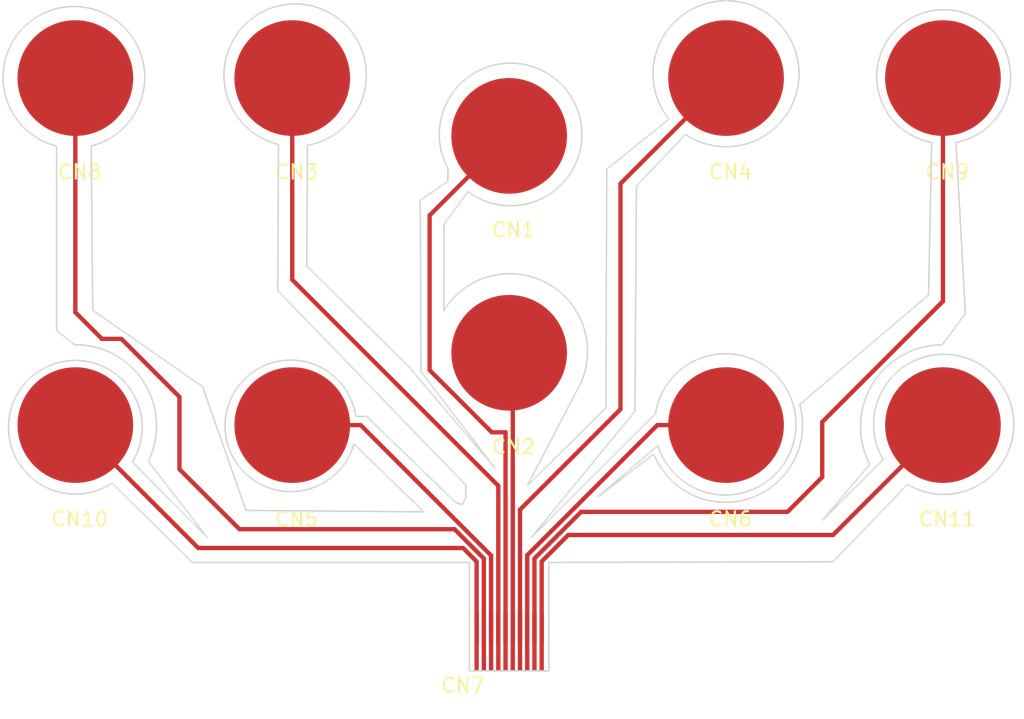
<source format=kicad_pcb>
(kicad_pcb (version 20171130) (host pcbnew "(5.1.10)-1")

  (general
    (thickness 1.6)
    (drawings 65)
    (tracks 44)
    (zones 0)
    (modules 11)
    (nets 11)
  )

  (page User 148.006 105.004)
  (title_block
    (title "VR EEG electrode pad / 8 channel / JGSHIN")
    (rev 2.0)
    (company DGMIF)
  )

  (layers
    (0 F.Cu signal)
    (31 B.Cu signal)
    (32 B.Adhes user)
    (33 F.Adhes user)
    (34 B.Paste user)
    (35 F.Paste user)
    (36 B.SilkS user)
    (37 F.SilkS user)
    (38 B.Mask user)
    (39 F.Mask user)
    (40 Dwgs.User user)
    (41 Cmts.User user)
    (42 Eco1.User user)
    (43 Eco2.User user)
    (44 Edge.Cuts user)
    (45 Margin user)
    (46 B.CrtYd user)
    (47 F.CrtYd user)
    (48 B.Fab user)
    (49 F.Fab user)
  )

  (setup
    (last_trace_width 0.3)
    (trace_clearance 0.2)
    (zone_clearance 0.508)
    (zone_45_only no)
    (trace_min 0.2)
    (via_size 0.8)
    (via_drill 0.4)
    (via_min_size 0.4)
    (via_min_drill 0.3)
    (uvia_size 0.3)
    (uvia_drill 0.1)
    (uvias_allowed no)
    (uvia_min_size 0.2)
    (uvia_min_drill 0.1)
    (edge_width 0.1)
    (segment_width 0.2)
    (pcb_text_width 0.3)
    (pcb_text_size 1.5 1.5)
    (mod_edge_width 0.15)
    (mod_text_size 1 1)
    (mod_text_width 0.15)
    (pad_size 1.524 1.524)
    (pad_drill 0.762)
    (pad_to_mask_clearance 0)
    (aux_axis_origin 0 0)
    (visible_elements 7FFFFFFF)
    (pcbplotparams
      (layerselection 0x010fc_ffffffff)
      (usegerberextensions false)
      (usegerberattributes true)
      (usegerberadvancedattributes true)
      (creategerberjobfile true)
      (excludeedgelayer true)
      (linewidth 0.100000)
      (plotframeref false)
      (viasonmask false)
      (mode 1)
      (useauxorigin false)
      (hpglpennumber 1)
      (hpglpenspeed 20)
      (hpglpendiameter 15.000000)
      (psnegative false)
      (psa4output false)
      (plotreference true)
      (plotvalue true)
      (plotinvisibletext false)
      (padsonsilk false)
      (subtractmaskfromsilk false)
      (outputformat 1)
      (mirror false)
      (drillshape 1)
      (scaleselection 1)
      (outputdirectory ""))
  )

  (net 0 "")
  (net 1 /Ref)
  (net 2 /Gnd)
  (net 3 /Ch1)
  (net 4 /Ch2)
  (net 5 /Ch3)
  (net 6 /Ch4)
  (net 7 /Ch7)
  (net 8 /Ch5)
  (net 9 /Ch6)
  (net 10 /Ch8)

  (net_class Default "This is the default net class."
    (clearance 0.2)
    (trace_width 0.3)
    (via_dia 0.8)
    (via_drill 0.4)
    (uvia_dia 0.3)
    (uvia_drill 0.1)
    (add_net /Ch1)
    (add_net /Ch2)
    (add_net /Ch3)
    (add_net /Ch4)
    (add_net /Ch5)
    (add_net /Ch6)
    (add_net /Ch7)
    (add_net /Ch8)
    (add_net /Gnd)
    (add_net /Ref)
  )

  (module jgshin_KiCad_lib:electrode_PAD (layer F.Cu) (tedit 60FE5B42) (tstamp 60FE623E)
    (at 105 42)
    (path /60FF11E4)
    (fp_text reference CN11 (at 0.3 6.5) (layer F.SilkS)
      (effects (font (size 1 1) (thickness 0.15)))
    )
    (fp_text value electrode_PAD (at 0.2 5) (layer F.Fab)
      (effects (font (size 1 1) (thickness 0.15)))
    )
    (pad 1 smd circle (at 0 0) (size 8 8) (layers F.Cu F.Paste F.Mask)
      (net 10 /Ch8))
  )

  (module jgshin_KiCad_lib:electrode_PAD (layer F.Cu) (tedit 60FE5B42) (tstamp 60FE6239)
    (at 45 42)
    (path /60FF11EA)
    (fp_text reference CN10 (at 0.3 6.5) (layer F.SilkS)
      (effects (font (size 1 1) (thickness 0.15)))
    )
    (fp_text value electrode_PAD (at 0.2 5) (layer F.Fab)
      (effects (font (size 1 1) (thickness 0.15)))
    )
    (pad 1 smd circle (at 0 0) (size 8 8) (layers F.Cu F.Paste F.Mask)
      (net 7 /Ch7))
  )

  (module jgshin_KiCad_lib:electrode_PAD (layer F.Cu) (tedit 60FE5B42) (tstamp 60FE6234)
    (at 105 18)
    (path /60FED536)
    (fp_text reference CN9 (at 0.3 6.5) (layer F.SilkS)
      (effects (font (size 1 1) (thickness 0.15)))
    )
    (fp_text value electrode_PAD (at 0.2 5) (layer F.Fab)
      (effects (font (size 1 1) (thickness 0.15)))
    )
    (pad 1 smd circle (at 0 0) (size 8 8) (layers F.Cu F.Paste F.Mask)
      (net 9 /Ch6))
  )

  (module jgshin_KiCad_lib:electrode_PAD (layer F.Cu) (tedit 60FE5B42) (tstamp 60FE622F)
    (at 45 18)
    (path /60FED53C)
    (fp_text reference CN8 (at 0.3 6.5) (layer F.SilkS)
      (effects (font (size 1 1) (thickness 0.15)))
    )
    (fp_text value electrode_PAD (at 0.2 5) (layer F.Fab)
      (effects (font (size 1 1) (thickness 0.15)))
    )
    (pad 1 smd circle (at 0 0) (size 8 8) (layers F.Cu F.Paste F.Mask)
      (net 8 /Ch5))
  )

  (module "jgshin_KiCad_lib:FFC cable 0.5 x 10" (layer F.Cu) (tedit 60FE5B6D) (tstamp 60FE622A)
    (at 75 57)
    (path /60FEB38A)
    (fp_text reference CN7 (at -3.2 3) (layer F.SilkS)
      (effects (font (size 1 1) (thickness 0.15)))
    )
    (fp_text value FFC0.5x10 (at 2.1 4.5) (layer F.Fab)
      (effects (font (size 1 1) (thickness 0.15)))
    )
    (fp_line (start 2.75 2) (end -2.75 2) (layer Dwgs.User) (width 0.12))
    (fp_line (start 2.75 -2) (end 2.75 2) (layer Dwgs.User) (width 0.12))
    (fp_line (start -2.75 -2) (end 2.75 -2) (layer Dwgs.User) (width 0.12))
    (fp_line (start -2.75 2) (end -2.75 -2) (layer Dwgs.User) (width 0.12))
    (pad 10 smd rect (at 2.25 0) (size 0.3 4) (layers F.Cu F.Paste F.Mask)
      (net 10 /Ch8))
    (pad 9 smd rect (at 1.75 0) (size 0.3 4) (layers F.Cu F.Paste F.Mask)
      (net 9 /Ch6))
    (pad 8 smd rect (at 1.25 0) (size 0.3 4) (layers F.Cu F.Paste F.Mask)
      (net 6 /Ch4))
    (pad 7 smd rect (at 0.75 0) (size 0.3 4) (layers F.Cu F.Paste F.Mask)
      (net 4 /Ch2))
    (pad 6 smd rect (at 0.25 0) (size 0.3 4) (layers F.Cu F.Paste F.Mask)
      (net 2 /Gnd))
    (pad 5 smd rect (at -0.25 0) (size 0.3 4) (layers F.Cu F.Paste F.Mask)
      (net 1 /Ref))
    (pad 4 smd rect (at -0.75 0) (size 0.3 4) (layers F.Cu F.Paste F.Mask)
      (net 3 /Ch1))
    (pad 3 smd rect (at -1.25 0) (size 0.3 4) (layers F.Cu F.Paste F.Mask)
      (net 5 /Ch3))
    (pad 2 smd rect (at -1.75 0) (size 0.3 4) (layers F.Cu F.Paste F.Mask)
      (net 8 /Ch5))
    (pad 1 smd rect (at -2.25 0) (size 0.3 4) (layers F.Cu F.Paste F.Mask)
      (net 7 /Ch7))
  )

  (module jgshin_KiCad_lib:electrode_PAD (layer F.Cu) (tedit 60FE5B42) (tstamp 60FE6218)
    (at 90 42)
    (path /60FE651A)
    (fp_text reference CN6 (at 0.3 6.5) (layer F.SilkS)
      (effects (font (size 1 1) (thickness 0.15)))
    )
    (fp_text value electrode_PAD (at 0.2 5) (layer F.Fab)
      (effects (font (size 1 1) (thickness 0.15)))
    )
    (pad 1 smd circle (at 0 0) (size 8 8) (layers F.Cu F.Paste F.Mask)
      (net 6 /Ch4))
  )

  (module jgshin_KiCad_lib:electrode_PAD (layer F.Cu) (tedit 60FE5B42) (tstamp 60FE6213)
    (at 60 42)
    (path /60FE631A)
    (fp_text reference CN5 (at 0.3 6.5) (layer F.SilkS)
      (effects (font (size 1 1) (thickness 0.15)))
    )
    (fp_text value electrode_PAD (at 0.2 5) (layer F.Fab)
      (effects (font (size 1 1) (thickness 0.15)))
    )
    (pad 1 smd circle (at 0 0) (size 8 8) (layers F.Cu F.Paste F.Mask)
      (net 5 /Ch3))
  )

  (module jgshin_KiCad_lib:electrode_PAD (layer F.Cu) (tedit 60FE5B42) (tstamp 60FE620E)
    (at 90 18)
    (path /60FE60B4)
    (fp_text reference CN4 (at 0.3 6.5) (layer F.SilkS)
      (effects (font (size 1 1) (thickness 0.15)))
    )
    (fp_text value electrode_PAD (at 0.2 5) (layer F.Fab)
      (effects (font (size 1 1) (thickness 0.15)))
    )
    (pad 1 smd circle (at 0 0) (size 8 8) (layers F.Cu F.Paste F.Mask)
      (net 4 /Ch2))
  )

  (module jgshin_KiCad_lib:electrode_PAD (layer F.Cu) (tedit 60FE5B42) (tstamp 60FE6209)
    (at 60 18)
    (path /60FE5E40)
    (fp_text reference CN3 (at 0.3 6.5) (layer F.SilkS)
      (effects (font (size 1 1) (thickness 0.15)))
    )
    (fp_text value electrode_PAD (at 0.2 5) (layer F.Fab)
      (effects (font (size 1 1) (thickness 0.15)))
    )
    (pad 1 smd circle (at 0 0) (size 8 8) (layers F.Cu F.Paste F.Mask)
      (net 3 /Ch1))
  )

  (module jgshin_KiCad_lib:electrode_PAD (layer F.Cu) (tedit 60FE5B42) (tstamp 60FE6204)
    (at 75 37)
    (path /60FE5BAB)
    (fp_text reference CN2 (at 0.3 6.5) (layer F.SilkS)
      (effects (font (size 1 1) (thickness 0.15)))
    )
    (fp_text value electrode_PAD (at 0.2 5) (layer F.Fab)
      (effects (font (size 1 1) (thickness 0.15)))
    )
    (pad 1 smd circle (at 0 0) (size 8 8) (layers F.Cu F.Paste F.Mask)
      (net 2 /Gnd))
  )

  (module jgshin_KiCad_lib:electrode_PAD (layer F.Cu) (tedit 60FE5B42) (tstamp 60FE61FF)
    (at 75 22)
    (path /60FE3EEE)
    (fp_text reference CN1 (at 0.3 6.5) (layer F.SilkS)
      (effects (font (size 1 1) (thickness 0.15)))
    )
    (fp_text value electrode_PAD (at 0.2 5) (layer F.Fab)
      (effects (font (size 1 1) (thickness 0.15)))
    )
    (pad 1 smd circle (at 0 0) (size 8 8) (layers F.Cu F.Paste F.Mask)
      (net 1 /Ref))
  )

  (gr_line (start 72.25 51.5) (end 53.1 51.5) (layer Edge.Cuts) (width 0.1) (tstamp 60FE6CE4))
  (gr_line (start 77.75 51.5) (end 97.4 51.45) (layer Edge.Cuts) (width 0.1) (tstamp 60FE6CDD))
  (gr_line (start 56.8 47.9) (end 69.1 48) (layer Edge.Cuts) (width 0.1) (tstamp 60FE6C13))
  (gr_line (start 53.8 39.35) (end 56.8 47.9) (layer Edge.Cuts) (width 0.1))
  (gr_line (start 46.2 34.05) (end 53.8 39.35) (layer Edge.Cuts) (width 0.1))
  (gr_line (start 46.099999 22.699999) (end 46.2 34.05) (layer Edge.Cuts) (width 0.1))
  (gr_line (start 43.7 35.45) (end 44.924665 36.437575) (layer Edge.Cuts) (width 0.1) (tstamp 60FE6BE3))
  (gr_line (start 43.701317 22.700331) (end 43.7 35.45) (layer Edge.Cuts) (width 0.1))
  (gr_line (start 76.25 46.2) (end 79.949999 39.099999) (layer Edge.Cuts) (width 0.1) (tstamp 60FE6BC7))
  (gr_line (start 81.7 40.8) (end 76.25 46.2) (layer Edge.Cuts) (width 0.1))
  (gr_line (start 81.7 39.1) (end 81.7 40.8) (layer Edge.Cuts) (width 0.1))
  (gr_line (start 68.9 38.3) (end 68.9 37.55) (layer Edge.Cuts) (width 0.1) (tstamp 60FE6BA7))
  (gr_line (start 74 44.95) (end 68.9 38.3) (layer Edge.Cuts) (width 0.1))
  (gr_line (start 68.05 37.95) (end 74 44.95) (layer Edge.Cuts) (width 0.1))
  (gr_line (start 76.55 49.75) (end 83.7 41.05) (layer Edge.Cuts) (width 0.1) (tstamp 60FE6B76))
  (gr_line (start 85.119381 41.21678) (end 76.55 49.75) (layer Edge.Cuts) (width 0.1))
  (gr_line (start 81.1 47) (end 85.000001 43.999999) (layer Edge.Cuts) (width 0.1) (tstamp 60FE6B43))
  (gr_line (start 85.3 43.4) (end 81.1 47) (layer Edge.Cuts) (width 0.1))
  (gr_line (start 70.5 28.1) (end 72.150001 25.849999) (layer Edge.Cuts) (width 0.1) (tstamp 60FE6B1A))
  (gr_line (start 70.475557 34.084959) (end 70.5 28.1) (layer Edge.Cuts) (width 0.1))
  (gr_arc (start 75.05 36.9) (end 79.949999 39.099999) (angle -172.5716049) (layer Edge.Cuts) (width 0.1))
  (gr_line (start 70.777307 24.270509) (end 70.75 25.15) (layer Edge.Cuts) (width 0.1) (tstamp 60FE6AF3))
  (gr_arc (start 75.1 21.9) (end 72.150001 25.849999) (angle -335.4934745) (layer Edge.Cuts) (width 0.1))
  (gr_line (start 95.09454 40.573048) (end 104 33) (layer Edge.Cuts) (width 0.1) (tstamp 60FE6ABE))
  (gr_arc (start 89.95 42) (end 85.000001 43.999999) (angle -173.5018404) (layer Edge.Cuts) (width 0.1))
  (gr_line (start 104.22199 22.454052) (end 104 33) (layer Edge.Cuts) (width 0.1))
  (gr_line (start 106.55 34.3) (end 105.899999 22.449999) (layer Edge.Cuts) (width 0.1) (tstamp 60FE6A80))
  (gr_line (start 104.95 36.45) (end 106.55 34.3) (layer Edge.Cuts) (width 0.1))
  (gr_line (start 96.7 48.55) (end 99.938935 44.709929) (layer Edge.Cuts) (width 0.1) (tstamp 60FE6A71))
  (gr_arc (start 104.95 42.1) (end 104.95 36.45) (angle -117.5120026) (layer Edge.Cuts) (width 0.1))
  (gr_arc (start 45 42.05) (end 50.049999 44.499999) (angle -116.6492984) (layer Edge.Cuts) (width 0.1))
  (gr_line (start 54.1 49.75) (end 50.05 44.5) (layer Edge.Cuts) (width 0.1))
  (gr_line (start 100.863461 44.388314) (end 96.7 48.55) (layer Edge.Cuts) (width 0.1))
  (gr_line (start 102.550001 46.099999) (end 97.4 51.45) (layer Edge.Cuts) (width 0.1))
  (gr_line (start 83.8 25.45) (end 83.7 41.05) (layer Edge.Cuts) (width 0.1))
  (gr_line (start 87.200001 21.899999) (end 83.8 25.45) (layer Edge.Cuts) (width 0.1))
  (gr_line (start 81.75 24.3) (end 86.050502 20.843478) (layer Edge.Cuts) (width 0.1) (tstamp 60FE6974))
  (gr_line (start 81.7 39.1) (end 81.75 24.3) (layer Edge.Cuts) (width 0.1))
  (gr_line (start 68.85 26.45) (end 70.75 25.15) (layer Edge.Cuts) (width 0.1))
  (gr_line (start 68.9 37.55) (end 68.85 26.45) (layer Edge.Cuts) (width 0.1))
  (gr_line (start 61 31) (end 68.05 37.95) (layer Edge.Cuts) (width 0.1))
  (gr_line (start 61.049999 22.649999) (end 61 31) (layer Edge.Cuts) (width 0.1))
  (gr_line (start 59.047537 22.587151) (end 59 32.7) (layer Edge.Cuts) (width 0.1) (tstamp 60FE6927))
  (gr_line (start 72 46.15) (end 59 32.7) (layer Edge.Cuts) (width 0.1))
  (gr_line (start 72 47.05) (end 72 46.15) (layer Edge.Cuts) (width 0.1))
  (gr_line (start 71.75 47.5) (end 72 47.05) (layer Edge.Cuts) (width 0.1))
  (gr_line (start 71.3 47.35) (end 71.75 47.5) (layer Edge.Cuts) (width 0.1))
  (gr_line (start 65.15 41.4) (end 71.3 47.35) (layer Edge.Cuts) (width 0.1))
  (gr_line (start 64.399999 41.400001) (end 65.15 41.4) (layer Edge.Cuts) (width 0.1))
  (gr_line (start 64.271762 43.299076) (end 69.1 48) (layer Edge.Cuts) (width 0.1))
  (gr_line (start 48.949999 44.549999) (end 54.1 49.75) (layer Edge.Cuts) (width 0.1))
  (gr_line (start 53.1 51.5) (end 47.53399 46.015408) (layer Edge.Cuts) (width 0.1) (tstamp 60FE67FB))
  (gr_arc (start 59.9 42.05) (end 64.399999 41.400001) (angle -335.8353949) (layer Edge.Cuts) (width 0.1))
  (gr_arc (start 45 42.15) (end 48.949999 44.549999) (angle -334.5297214) (layer Edge.Cuts) (width 0.1))
  (gr_arc (start 44.9 17.95) (end 46.099999 22.699999) (angle -331.6597675) (layer Edge.Cuts) (width 0.1))
  (gr_arc (start 60.2 17.8) (end 61.049999 22.649999) (angle -336.5235706) (layer Edge.Cuts) (width 0.1))
  (gr_arc (start 90 17.7) (end 87.200001 21.899999) (angle -342.2069938) (layer Edge.Cuts) (width 0.1))
  (gr_arc (start 89.95 41.95) (end 85.300001 43.449999) (angle -333.4905016) (layer Edge.Cuts) (width 0.1))
  (gr_arc (start 105.05 17.9) (end 105.899999 22.449999) (angle -339.113518) (layer Edge.Cuts) (width 0.1))
  (gr_arc (start 105.05 41.95) (end 102.550001 46.099999) (angle -331.2824388) (layer Edge.Cuts) (width 0.1))
  (gr_line (start 77.75 55) (end 77.75 51.5) (layer Edge.Cuts) (width 0.1))
  (gr_line (start 72.25 55) (end 72.25 51.5) (layer Edge.Cuts) (width 0.1))
  (gr_line (start 77.75 59) (end 77.75 55) (layer Edge.Cuts) (width 0.1))
  (gr_line (start 72.25 59) (end 77.75 59) (layer Edge.Cuts) (width 0.1))
  (gr_line (start 72.25 55) (end 72.25 59) (layer Edge.Cuts) (width 0.1))

  (segment (start 74.75 57) (end 74.75 42.5) (width 0.3) (layer F.Cu) (net 1))
  (segment (start 74.75 42.5) (end 73.8 42.5) (width 0.3) (layer F.Cu) (net 1))
  (segment (start 73.8 42.5) (end 69.5 38.2) (width 0.3) (layer F.Cu) (net 1))
  (segment (start 69.5 27.5) (end 75 22) (width 0.3) (layer F.Cu) (net 1))
  (segment (start 69.5 38.2) (end 69.5 27.5) (width 0.3) (layer F.Cu) (net 1))
  (segment (start 75.25 37.25) (end 75 37) (width 0.3) (layer F.Cu) (net 2))
  (segment (start 75.25 57) (end 75.25 37.25) (width 0.3) (layer F.Cu) (net 2))
  (segment (start 60 31.95) (end 60 18) (width 0.3) (layer F.Cu) (net 3))
  (segment (start 74.25 46.2) (end 60 31.95) (width 0.3) (layer F.Cu) (net 3))
  (segment (start 74.25 57) (end 74.25 46.2) (width 0.3) (layer F.Cu) (net 3))
  (segment (start 75.75 57) (end 75.75 47.85) (width 0.3) (layer F.Cu) (net 4))
  (segment (start 82.7 25.3) (end 90 18) (width 0.3) (layer F.Cu) (net 4))
  (segment (start 82.7 40.9) (end 82.7 25.3) (width 0.3) (layer F.Cu) (net 4))
  (segment (start 75.75 47.85) (end 82.7 40.9) (width 0.3) (layer F.Cu) (net 4))
  (segment (start 73.75 51.020061) (end 73.75 57) (width 0.3) (layer F.Cu) (net 5))
  (segment (start 64.729939 42) (end 73.75 51.020061) (width 0.3) (layer F.Cu) (net 5))
  (segment (start 60 42) (end 64.729939 42) (width 0.3) (layer F.Cu) (net 5))
  (segment (start 76.25 57) (end 76.25 51) (width 0.3) (layer F.Cu) (net 6))
  (segment (start 85.25 42) (end 90 42) (width 0.3) (layer F.Cu) (net 6))
  (segment (start 76.25 51) (end 85.25 42) (width 0.3) (layer F.Cu) (net 6))
  (segment (start 72.75 51.434301) (end 71.815699 50.5) (width 0.3) (layer F.Cu) (net 7))
  (segment (start 72.75 57) (end 72.75 51.434301) (width 0.3) (layer F.Cu) (net 7))
  (segment (start 53.5 50.5) (end 45 42) (width 0.3) (layer F.Cu) (net 7))
  (segment (start 71.815699 50.5) (end 53.5 50.5) (width 0.3) (layer F.Cu) (net 7))
  (segment (start 45 34.2) (end 45 18) (width 0.3) (layer F.Cu) (net 8))
  (segment (start 48.187562 36.037562) (end 46.837562 36.037562) (width 0.3) (layer F.Cu) (net 8))
  (segment (start 52.2 40.05) (end 48.187562 36.037562) (width 0.3) (layer F.Cu) (net 8))
  (segment (start 52.2 45.05) (end 52.2 40.05) (width 0.3) (layer F.Cu) (net 8))
  (segment (start 56.35 49.2) (end 52.2 45.05) (width 0.3) (layer F.Cu) (net 8))
  (segment (start 71.222819 49.2) (end 56.35 49.2) (width 0.3) (layer F.Cu) (net 8))
  (segment (start 73.25 51.227181) (end 71.222819 49.2) (width 0.3) (layer F.Cu) (net 8))
  (segment (start 46.837562 36.037562) (end 45 34.2) (width 0.3) (layer F.Cu) (net 8))
  (segment (start 73.25 57) (end 73.25 51.227181) (width 0.3) (layer F.Cu) (net 8))
  (segment (start 105 33.438002) (end 96.65 41.788002) (width 0.3) (layer F.Cu) (net 9))
  (segment (start 105 18) (end 105 33.438002) (width 0.3) (layer F.Cu) (net 9))
  (segment (start 96.65 41.788002) (end 96.65 45.6) (width 0.3) (layer F.Cu) (net 9))
  (segment (start 96.65 45.6) (end 94.25 48) (width 0.3) (layer F.Cu) (net 9))
  (segment (start 76.75 51.227181) (end 76.75 57) (width 0.3) (layer F.Cu) (net 9))
  (segment (start 79.977181 48) (end 76.75 51.227181) (width 0.3) (layer F.Cu) (net 9))
  (segment (start 94.25 48) (end 79.977181 48) (width 0.3) (layer F.Cu) (net 9))
  (segment (start 77.25 51.434301) (end 79.084301 49.6) (width 0.3) (layer F.Cu) (net 10))
  (segment (start 77.25 57) (end 77.25 51.434301) (width 0.3) (layer F.Cu) (net 10))
  (segment (start 97.4 49.6) (end 105 42) (width 0.3) (layer F.Cu) (net 10))
  (segment (start 79.084301 49.6) (end 97.4 49.6) (width 0.3) (layer F.Cu) (net 10))

)

</source>
